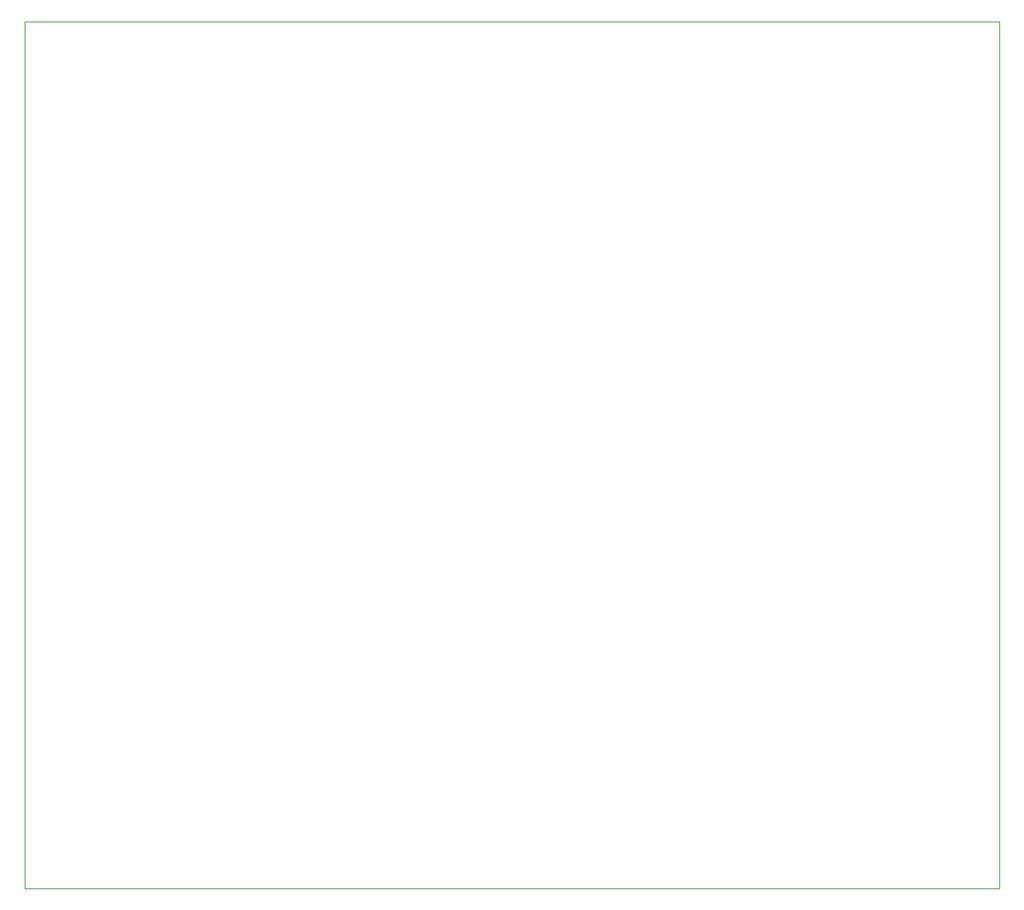
<source format=gbr>
G04*
G04 #@! TF.GenerationSoftware,Altium Limited,Altium Designer,24.1.2 (44)*
G04*
G04 Layer_Color=0*
%FSLAX44Y44*%
%MOMM*%
G71*
G04*
G04 #@! TF.SameCoordinates,5DE3D9D9-2881-4E34-8FA9-09D51DE8E5B4*
G04*
G04*
G04 #@! TF.FilePolarity,Positive*
G04*
G01*
G75*
%ADD46C,0.0254*%
D46*
X267970Y238760D02*
X1338580D01*
Y1191260D01*
X267970D01*
Y238760D01*
M02*

</source>
